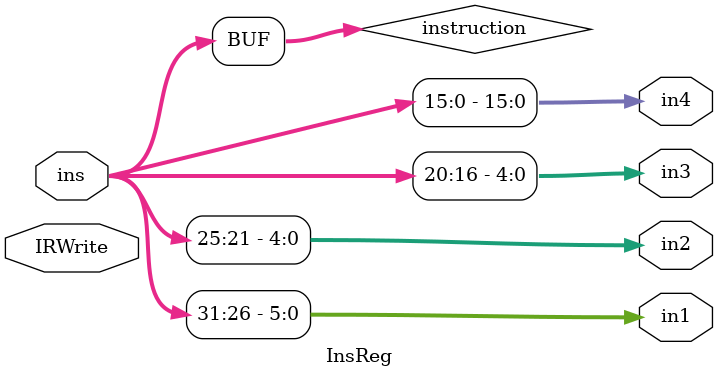
<source format=v>
`timescale 1ns / 1ps


module RegFile (rs, rt, rd, i_data, RegWrite, o_data_1, o_data_2, read, readdata, rst, clk);
   input clk;
  input [4:0] rs, rt, rd, read;
  input rst;
  input [31:0] i_data;
  input RegWrite;
  output [31:0] o_data_1, o_data_2,readdata;
  reg [31:0] register [0:31];
  integer i; 
//  always@(rst)
//   begin
//   begin
//     // Ö»ÐèÒªÈ·¶¨ÁãºÅ¼Ä´æÆ÷µÄÖµ¾ÍºÃ£¬$0ºãµÈÓÚ0
//     for(i=0;i<32;i = i + 1)
//      register[i] = 0;
//      end
//    end
  assign o_data_1 = register[rs];
  assign o_data_2 = register[rt];
  assign readdata = register[read];
  always @(posedge clk or posedge rst) begin
    if(rst)
       begin
      // Ö»ÐèÒªÈ·¶¨ÁãºÅ¼Ä´æÆ÷µÄÖµ¾ÍºÃ£¬$0ºãµÈÓÚ0
      for(i=0;i<32;i = i + 1)
       register[i] = 0;
       end
    else if ((rd != 0) && (RegWrite == 1)) begin
      register[rd] = i_data;
    end
    
  end
  
endmodule

module InsReg (IRWrite,ins,in1,in2,in3,in4);
input IRWrite;
input [31:0]ins;
output [5:0] in1;
output [4:0] in2,in3;
output [15:0]in4;
reg [31:0]instruction;
always@(ins)
if(1)
instruction=ins;
assign in1=instruction[31:26];
assign in2=instruction[25:21];
assign in3=instruction[20:16];
assign in4=instruction[15:0];
endmodule











</source>
